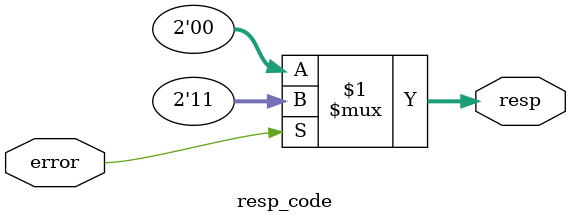
<source format=sv>
module resp_code(
    input logic error,
    output logic[1:0] resp
);
    assign resp = error ? 2'b11 : 2'b00;
endmodule

</source>
